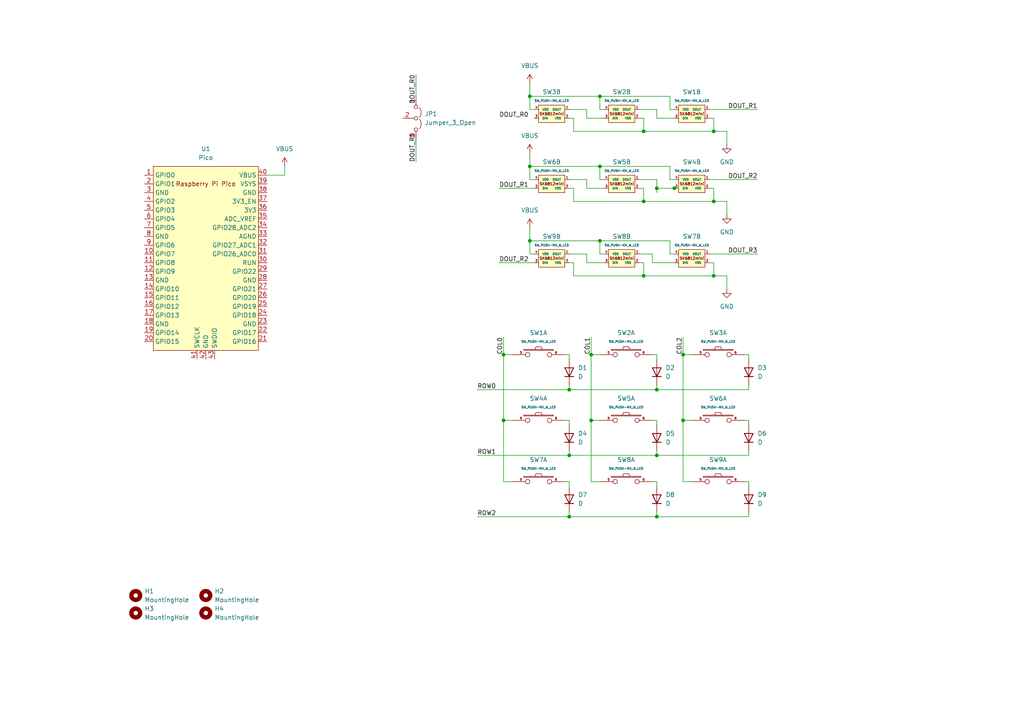
<source format=kicad_sch>
(kicad_sch (version 20211123) (generator eeschema)
  (paper "A4")
  (lib_symbols
    (symbol "Device:D" (pin_numbers hide) (pin_names (offset 1.016) hide)
      (property "Reference" "D" (at 0 2.54 0))
      (property "Value" "D" (at 0 -2.54 0))
      (symbol "D_0_1"
        (polyline (pts (xy -1.27 1.27) (xy -1.27 -1.27)) (stroke (width 0.254)))
        (polyline (pts (xy 1.27 0) (xy -1.27 0)))
        (polyline (pts (xy 1.27 1.27) (xy 1.27 -1.27) (xy -1.27 0) (xy 1.27 1.27)) (stroke (width 0.254)))
      )
      (symbol "D_1_1"
        (pin passive line (at -3.81 0 0) (length 2.54) (name "K") (number "1"))
        (pin passive line (at 3.81 0 180) (length 2.54) (name "A") (number "2"))
      )
    )
    (symbol "Jumper:Jumper_3_Open" (pin_names (offset 0) hide)
      (property "Reference" "JP" (at -2.54 -2.54 0))
      (property "Value" "Jumper_3_Open" (at 0 2.794 0))
      (symbol "Jumper_3_Open_0_0"
        (circle (center -3.302 0) (radius 0.508))
        (circle (center 0 0) (radius 0.508))
        (circle (center 3.302 0) (radius 0.508))
      )
      (symbol "Jumper_3_Open_0_1"
        (arc (start -0.254 1.016) (mid -1.651 1.4992) (end -3.048 1.016))
        (polyline (pts (xy 0 -0.508) (xy 0 -1.27)))
        (arc (start 3.048 1.016) (mid 1.651 1.4992) (end 0.254 1.016))
      )
      (symbol "Jumper_3_Open_1_1"
        (pin passive line (at -6.35 0 0) (length 2.54) (name "A") (number "1"))
        (pin passive line (at 0 -3.81 90) (length 2.54) (name "C") (number "2"))
        (pin passive line (at 6.35 0 180) (length 2.54) (name "B") (number "3"))
      )
    )
    (symbol "MCU_RaspberryPi_and_Boards:Pico"
      (property "Reference" "U" (at -13.97 27.94 0))
      (property "Value" "Pico" (at 0 19.05 0))
      (symbol "Pico_0_0"
        (text "Raspberry Pi Pico" (at 0 21.59 0) (effects (font (size 1.27 1.27))))
      )
      (symbol "Pico_0_1"
        (rectangle (start -15.24 26.67) (end 15.24 -26.67) (fill (type background)))
      )
      (symbol "Pico_1_1"
        (pin bidirectional line (at -17.78 24.13 0) (length 2.54) (name "GPIO0") (number "1"))
        (pin bidirectional line (at -17.78 1.27 0) (length 2.54) (name "GPIO7") (number "10"))
        (pin bidirectional line (at -17.78 -1.27 0) (length 2.54) (name "GPIO8") (number "11"))
        (pin bidirectional line (at -17.78 -3.81 0) (length 2.54) (name "GPIO9") (number "12"))
        (pin power_in line (at -17.78 -6.35 0) (length 2.54) (name "GND") (number "13"))
        (pin bidirectional line (at -17.78 -8.89 0) (length 2.54) (name "GPIO10") (number "14"))
        (pin bidirectional line (at -17.78 -11.43 0) (length 2.54) (name "GPIO11") (number "15"))
        (pin bidirectional line (at -17.78 -13.97 0) (length 2.54) (name "GPIO12") (number "16"))
        (pin bidirectional line (at -17.78 -16.51 0) (length 2.54) (name "GPIO13") (number "17"))
        (pin power_in line (at -17.78 -19.05 0) (length 2.54) (name "GND") (number "18"))
        (pin bidirectional line (at -17.78 -21.59 0) (length 2.54) (name "GPIO14") (number "19"))
        (pin bidirectional line (at -17.78 21.59 0) (length 2.54) (name "GPIO1") (number "2"))
        (pin bidirectional line (at -17.78 -24.13 0) (length 2.54) (name "GPIO15") (number "20"))
        (pin bidirectional line (at 17.78 -24.13 180) (length 2.54) (name "GPIO16") (number "21"))
        (pin bidirectional line (at 17.78 -21.59 180) (length 2.54) (name "GPIO17") (number "22"))
        (pin power_in line (at 17.78 -19.05 180) (length 2.54) (name "GND") (number "23"))
        (pin bidirectional line (at 17.78 -16.51 180) (length 2.54) (name "GPIO18") (number "24"))
        (pin bidirectional line (at 17.78 -13.97 180) (length 2.54) (name "GPIO19") (number "25"))
        (pin bidirectional line (at 17.78 -11.43 180) (length 2.54) (name "GPIO20") (number "26"))
        (pin bidirectional line (at 17.78 -8.89 180) (length 2.54) (name "GPIO21") (number "27"))
        (pin power_in line (at 17.78 -6.35 180) (length 2.54) (name "GND") (number "28"))
        (pin bidirectional line (at 17.78 -3.81 180) (length 2.54) (name "GPIO22") (number "29"))
        (pin power_in line (at -17.78 19.05 0) (length 2.54) (name "GND") (number "3"))
        (pin input line (at 17.78 -1.27 180) (length 2.54) (name "RUN") (number "30"))
        (pin bidirectional line (at 17.78 1.27 180) (length 2.54) (name "GPIO26_ADC0") (number "31"))
        (pin bidirectional line (at 17.78 3.81 180) (length 2.54) (name "GPIO27_ADC1") (number "32"))
        (pin power_in line (at 17.78 6.35 180) (length 2.54) (name "AGND") (number "33"))
        (pin bidirectional line (at 17.78 8.89 180) (length 2.54) (name "GPIO28_ADC2") (number "34"))
        (pin power_in line (at 17.78 11.43 180) (length 2.54) (name "ADC_VREF") (number "35"))
        (pin power_in line (at 17.78 13.97 180) (length 2.54) (name "3V3") (number "36"))
        (pin input line (at 17.78 16.51 180) (length 2.54) (name "3V3_EN") (number "37"))
        (pin bidirectional line (at 17.78 19.05 180) (length 2.54) (name "GND") (number "38"))
        (pin power_in line (at 17.78 21.59 180) (length 2.54) (name "VSYS") (number "39"))
        (pin bidirectional line (at -17.78 16.51 0) (length 2.54) (name "GPIO2") (number "4"))
        (pin power_in line (at 17.78 24.13 180) (length 2.54) (name "VBUS") (number "40"))
        (pin input line (at -2.54 -29.21 90) (length 2.54) (name "SWCLK") (number "41"))
        (pin power_in line (at 0 -29.21 90) (length 2.54) (name "GND") (number "42"))
        (pin bidirectional line (at 2.54 -29.21 90) (length 2.54) (name "SWDIO") (number "43"))
        (pin bidirectional line (at -17.78 13.97 0) (length 2.54) (name "GPIO3") (number "5"))
        (pin bidirectional line (at -17.78 11.43 0) (length 2.54) (name "GPIO4") (number "6"))
        (pin bidirectional line (at -17.78 8.89 0) (length 2.54) (name "GPIO5") (number "7"))
        (pin power_in line (at -17.78 6.35 0) (length 2.54) (name "GND") (number "8"))
        (pin bidirectional line (at -17.78 3.81 0) (length 2.54) (name "GPIO6") (number "9"))
      )
    )
    (symbol "Mechanical:MountingHole" (pin_names (offset 1.016))
      (property "Reference" "H" (at 0 5.08 0))
      (property "Value" "MountingHole" (at 0 3.175 0))
      (symbol "MountingHole_0_1"
        (circle (center 0 0) (radius 1.27) (stroke (width 1.27)))
      )
    )
    (symbol "SofleTestBoard:SW_PUSH-MX_W_LED" (pin_names (offset 1.016))
      (property "Reference" "SW?" (at 0 3.81 0))
      (property "Value" "SW_PUSH-MX_W_LED" (at 1.27 -3.81 0))
      (symbol "SW_PUSH-MX_W_LED_1_1"
        (rectangle (start -4.318 1.27) (end 4.318 1.524))
        (polyline (pts (xy -1.016 1.524) (xy -0.762 2.286) (xy 0.762 2.286) (xy 1.016 1.524)))
        (pin passive inverted (at 7.62 0 180) (length 5.08) (name "~") (number "5"))
        (pin passive inverted (at -7.62 0 0) (length 5.08) (name "~") (number "6"))
      )
      (symbol "SW_PUSH-MX_W_LED_2_0"
        (text "SK6812mini" (at 0 0 0) (effects (font (size 0.7874 0.7874))))
      )
      (symbol "SW_PUSH-MX_W_LED_2_1"
        (rectangle (start 3.81 -2.54) (end -3.81 2.54) (fill (type background)))
        (pin output line (at -5.08 1.27 0) (length 1.27) (name "DOUT") (number "1"))
        (pin power_in line (at -5.08 -1.27 0) (length 1.27) (name "VSS") (number "2"))
        (pin input line (at 5.08 -1.27 180) (length 1.27) (name "DIN") (number "3"))
        (pin power_in line (at 5.08 1.27 180) (length 1.27) (name "VDD") (number "4"))
      )
    )
    (symbol "power:GND" (power) (pin_names (offset 0))
      (property "Value" "GND" (at 0 -3.81 0))
      (symbol "GND_0_1"
        (polyline (pts (xy 0 0) (xy 0 -1.27) (xy 1.27 -1.27) (xy 0 -2.54) (xy -1.27 -1.27) (xy 0 -1.27)))
      )
      (symbol "GND_1_1"
        (pin power_in line (at 0 0 270) (length 0) hide (name "GND") (number "1"))
      )
    )
    (symbol "power:VBUS" (power) (pin_names (offset 0))
      (property "Value" "VBUS" (at 0 3.81 0))
      (symbol "VBUS_0_1"
        (polyline (pts (xy -0.762 1.27) (xy 0 2.54)))
        (polyline (pts (xy 0 0) (xy 0 2.54)))
        (polyline (pts (xy 0 2.54) (xy 0.762 1.27)))
      )
      (symbol "VBUS_1_1"
        (pin power_in line (at 0 0 90) (length 0) hide (name "VBUS") (number "1"))
      )
    )
  )
  (junction (at 190.5 132.08))
  (junction (at 165.1 113.03))
  (junction (at 190.5 113.03))
  (junction (at 198.12 102.87))
  (junction (at 171.45 102.87))
  (junction (at 186.69 38.1))
  (junction (at 173.99 69.85))
  (junction (at 207.01 38.1))
  (junction (at 165.1 132.08))
  (junction (at 165.1 149.86))
  (junction (at 146.05 102.87))
  (junction (at 153.67 69.85))
  (junction (at 146.05 121.92))
  (junction (at 153.67 27.94))
  (junction (at 173.99 27.94))
  (junction (at 173.99 48.26))
  (junction (at 153.67 48.26))
  (junction (at 186.69 58.42))
  (junction (at 195.58 54.61))
  (junction (at 186.69 80.01))
  (junction (at 171.45 121.92))
  (junction (at 190.5 149.86))
  (junction (at 207.01 80.01))
  (junction (at 198.12 121.92))
  (junction (at 190.5 54.61))
  (junction (at 207.01 58.42))
  (wire (pts (xy 146.05 102.87) (xy 146.05 121.92)))
  (wire (pts (xy 165.1 139.7) (xy 165.1 140.97)))
  (wire (pts (xy 166.37 54.61) (xy 165.1 54.61)))
  (wire (pts (xy 210.82 38.1) (xy 210.82 41.91)))
  (wire (pts (xy 195.58 73.66) (xy 194.31 73.66)))
  (wire (pts (xy 146.05 102.87) (xy 148.59 102.87)))
  (wire (pts (xy 185.42 73.66) (xy 189.23 73.66)))
  (wire (pts (xy 207.01 38.1) (xy 207.01 34.29)))
  (wire (pts (xy 153.67 69.85) (xy 173.99 69.85)))
  (wire (pts (xy 185.42 76.2) (xy 186.69 76.2)))
  (wire (pts (xy 120.65 21.59) (xy 120.65 27.94)))
  (wire (pts (xy 175.26 31.75) (xy 173.99 31.75)))
  (wire (pts (xy 171.45 139.7) (xy 173.99 139.7)))
  (wire (pts (xy 153.67 48.26) (xy 153.67 52.07)))
  (wire (pts (xy 205.74 73.66) (xy 219.71 73.66)))
  (wire (pts (xy 190.5 139.7) (xy 190.5 140.97)))
  (wire (pts (xy 186.69 34.29) (xy 186.69 38.1)))
  (wire (pts (xy 190.5 111.76) (xy 190.5 113.03)))
  (wire (pts (xy 215.9 121.92) (xy 217.17 121.92)))
  (wire (pts (xy 194.31 27.94) (xy 194.31 31.75)))
  (wire (pts (xy 198.12 121.92) (xy 198.12 139.7)))
  (wire (pts (xy 198.12 102.87) (xy 198.12 121.92)))
  (wire (pts (xy 190.5 132.08) (xy 217.17 132.08)))
  (wire (pts (xy 153.67 27.94) (xy 153.67 31.75)))
  (wire (pts (xy 186.69 80.01) (xy 166.37 80.01)))
  (wire (pts (xy 166.37 58.42) (xy 166.37 54.61)))
  (wire (pts (xy 215.9 139.7) (xy 217.17 139.7)))
  (wire (pts (xy 153.67 44.45) (xy 153.67 48.26)))
  (wire (pts (xy 217.17 104.14) (xy 217.17 102.87)))
  (wire (pts (xy 207.01 58.42) (xy 186.69 58.42)))
  (wire (pts (xy 144.78 54.61) (xy 154.94 54.61)))
  (wire (pts (xy 205.74 31.75) (xy 219.71 31.75)))
  (wire (pts (xy 166.37 76.2) (xy 165.1 76.2)))
  (wire (pts (xy 190.5 149.86) (xy 165.1 149.86)))
  (wire (pts (xy 205.74 52.07) (xy 219.71 52.07)))
  (wire (pts (xy 186.69 58.42) (xy 166.37 58.42)))
  (wire (pts (xy 165.1 130.81) (xy 165.1 132.08)))
  (wire (pts (xy 165.1 31.75) (xy 170.18 31.75)))
  (wire (pts (xy 153.67 48.26) (xy 173.99 48.26)))
  (wire (pts (xy 207.01 80.01) (xy 207.01 76.2)))
  (wire (pts (xy 165.1 73.66) (xy 170.18 73.66)))
  (wire (pts (xy 186.69 54.61) (xy 186.69 58.42)))
  (wire (pts (xy 190.5 52.07) (xy 190.5 54.61)))
  (wire (pts (xy 194.31 48.26) (xy 194.31 52.07)))
  (wire (pts (xy 165.1 148.59) (xy 165.1 149.86)))
  (wire (pts (xy 190.5 102.87) (xy 190.5 104.14)))
  (wire (pts (xy 189.23 102.87) (xy 190.5 102.87)))
  (wire (pts (xy 153.67 66.04) (xy 153.67 69.85)))
  (wire (pts (xy 170.18 31.75) (xy 170.18 34.29)))
  (wire (pts (xy 146.05 139.7) (xy 146.05 121.92)))
  (wire (pts (xy 189.23 139.7) (xy 190.5 139.7)))
  (wire (pts (xy 77.47 50.8) (xy 82.55 50.8)))
  (wire (pts (xy 146.05 97.79) (xy 146.05 102.87)))
  (wire (pts (xy 198.12 139.7) (xy 200.66 139.7)))
  (wire (pts (xy 217.17 139.7) (xy 217.17 140.97)))
  (wire (pts (xy 154.94 52.07) (xy 153.67 52.07)))
  (wire (pts (xy 189.23 73.66) (xy 189.23 76.2)))
  (wire (pts (xy 186.69 76.2) (xy 186.69 80.01)))
  (wire (pts (xy 217.17 148.59) (xy 217.17 149.86)))
  (wire (pts (xy 148.59 139.7) (xy 146.05 139.7)))
  (wire (pts (xy 217.17 102.87) (xy 215.9 102.87)))
  (wire (pts (xy 186.69 38.1) (xy 166.37 38.1)))
  (wire (pts (xy 175.26 73.66) (xy 173.99 73.66)))
  (wire (pts (xy 190.5 130.81) (xy 190.5 132.08)))
  (wire (pts (xy 195.58 34.29) (xy 190.5 34.29)))
  (wire (pts (xy 165.1 121.92) (xy 165.1 123.19)))
  (wire (pts (xy 153.67 69.85) (xy 153.67 73.66)))
  (wire (pts (xy 185.42 34.29) (xy 186.69 34.29)))
  (wire (pts (xy 165.1 52.07) (xy 170.18 52.07)))
  (wire (pts (xy 171.45 102.87) (xy 171.45 97.79)))
  (wire (pts (xy 195.58 54.61) (xy 196.85 54.61)))
  (wire (pts (xy 190.5 113.03) (xy 217.17 113.03)))
  (wire (pts (xy 171.45 121.92) (xy 173.99 121.92)))
  (wire (pts (xy 207.01 38.1) (xy 186.69 38.1)))
  (wire (pts (xy 163.83 121.92) (xy 165.1 121.92)))
  (wire (pts (xy 195.58 52.07) (xy 194.31 52.07)))
  (wire (pts (xy 207.01 76.2) (xy 205.74 76.2)))
  (wire (pts (xy 171.45 102.87) (xy 171.45 121.92)))
  (wire (pts (xy 207.01 54.61) (xy 205.74 54.61)))
  (wire (pts (xy 165.1 132.08) (xy 190.5 132.08)))
  (wire (pts (xy 198.12 102.87) (xy 200.66 102.87)))
  (wire (pts (xy 166.37 80.01) (xy 166.37 76.2)))
  (wire (pts (xy 190.5 31.75) (xy 190.5 34.29)))
  (wire (pts (xy 138.43 113.03) (xy 165.1 113.03)))
  (wire (pts (xy 165.1 102.87) (xy 165.1 104.14)))
  (wire (pts (xy 210.82 58.42) (xy 210.82 62.23)))
  (wire (pts (xy 190.5 54.61) (xy 190.5 55.88)))
  (wire (pts (xy 190.5 123.19) (xy 190.5 121.92)))
  (wire (pts (xy 165.1 111.76) (xy 165.1 113.03)))
  (wire (pts (xy 207.01 34.29) (xy 205.74 34.29)))
  (wire (pts (xy 198.12 121.92) (xy 200.66 121.92)))
  (wire (pts (xy 166.37 34.29) (xy 165.1 34.29)))
  (wire (pts (xy 207.01 58.42) (xy 207.01 54.61)))
  (wire (pts (xy 190.5 148.59) (xy 190.5 149.86)))
  (wire (pts (xy 166.37 38.1) (xy 166.37 34.29)))
  (wire (pts (xy 138.43 132.08) (xy 165.1 132.08)))
  (wire (pts (xy 165.1 149.86) (xy 138.43 149.86)))
  (wire (pts (xy 154.94 73.66) (xy 153.67 73.66)))
  (wire (pts (xy 185.42 52.07) (xy 190.5 52.07)))
  (wire (pts (xy 82.55 50.8) (xy 82.55 48.26)))
  (wire (pts (xy 217.17 149.86) (xy 190.5 149.86)))
  (wire (pts (xy 165.1 113.03) (xy 190.5 113.03)))
  (wire (pts (xy 185.42 54.61) (xy 186.69 54.61)))
  (wire (pts (xy 175.26 34.29) (xy 170.18 34.29)))
  (wire (pts (xy 207.01 80.01) (xy 186.69 80.01)))
  (wire (pts (xy 170.18 54.61) (xy 175.26 54.61)))
  (wire (pts (xy 144.78 76.2) (xy 154.94 76.2)))
  (wire (pts (xy 173.99 69.85) (xy 173.99 73.66)))
  (wire (pts (xy 163.83 139.7) (xy 165.1 139.7)))
  (wire (pts (xy 153.67 27.94) (xy 173.99 27.94)))
  (wire (pts (xy 154.94 31.75) (xy 153.67 31.75)))
  (wire (pts (xy 198.12 97.79) (xy 198.12 102.87)))
  (wire (pts (xy 163.83 102.87) (xy 165.1 102.87)))
  (wire (pts (xy 120.65 40.64) (xy 120.65 46.99)))
  (wire (pts (xy 170.18 52.07) (xy 170.18 54.61)))
  (wire (pts (xy 190.5 54.61) (xy 195.58 54.61)))
  (wire (pts (xy 173.99 27.94) (xy 173.99 31.75)))
  (wire (pts (xy 217.17 121.92) (xy 217.17 123.19)))
  (wire (pts (xy 171.45 121.92) (xy 171.45 139.7)))
  (wire (pts (xy 170.18 76.2) (xy 175.26 76.2)))
  (wire (pts (xy 210.82 58.42) (xy 207.01 58.42)))
  (wire (pts (xy 153.67 24.13) (xy 153.67 27.94)))
  (wire (pts (xy 173.99 27.94) (xy 194.31 27.94)))
  (wire (pts (xy 185.42 31.75) (xy 190.5 31.75)))
  (wire (pts (xy 217.17 111.76) (xy 217.17 113.03)))
  (wire (pts (xy 173.99 69.85) (xy 194.31 69.85)))
  (wire (pts (xy 146.05 121.92) (xy 148.59 121.92)))
  (wire (pts (xy 210.82 80.01) (xy 210.82 83.82)))
  (wire (pts (xy 210.82 38.1) (xy 207.01 38.1)))
  (wire (pts (xy 173.99 48.26) (xy 173.99 52.07)))
  (wire (pts (xy 190.5 121.92) (xy 189.23 121.92)))
  (wire (pts (xy 170.18 73.66) (xy 170.18 76.2)))
  (wire (pts (xy 195.58 31.75) (xy 194.31 31.75)))
  (wire (pts (xy 194.31 69.85) (xy 194.31 73.66)))
  (wire (pts (xy 210.82 80.01) (xy 207.01 80.01)))
  (wire (pts (xy 173.99 48.26) (xy 194.31 48.26)))
  (wire (pts (xy 217.17 130.81) (xy 217.17 132.08)))
  (wire (pts (xy 173.99 102.87) (xy 171.45 102.87)))
  (wire (pts (xy 189.23 76.2) (xy 195.58 76.2)))
  (wire (pts (xy 175.26 52.07) (xy 173.99 52.07)))
  (label "COL1" (at 171.45 97.79 270))
  (label "COL2" (at 198.12 97.79 270))
  (label "DOUT_R0" (at 120.65 21.59 270))
  (label "ROW0" (at 138.43 113.03 0))
  (label "DOUT_R2" (at 144.78 76.2 0))
  (label "DOUT_R1" (at 144.78 54.61 0))
  (label "DOUT_R0" (at 120.65 46.99 90))
  (label "DOUT_R1" (at 219.71 31.75 180))
  (label "ROW2" (at 138.43 149.86 0))
  (label "DOUT_R3" (at 219.71 73.66 180))
  (label "DOUT_R2" (at 219.71 52.07 180))
  (label "ROW1" (at 138.43 132.08 0))
  (label "COL0" (at 146.05 97.79 270))
  (label "DOUT_R0" (at 144.78 34.29 0))
  (symbol (lib_id "Device:D") (at 165.1 144.78 90) (unit 1)
    (property "Reference" "D7" (at 167.64 143.5099 90) (effects (justify right)))
    (property "Value" "D" (at 167.64 146.0499 90) (effects (justify right)))
    (property "Footprint" "SofleTestboard:D_SOD-123_Dual" (effects hide))
  )
  (symbol (lib_id "power:GND") (at 210.82 83.82 0) (unit 1)
    (property "Reference" "#PWR0103" (effects hide))
    (property "Value" "GND" (at 210.82 88.9 0))
  )
  (symbol (lib_id "power:GND") (at 210.82 41.91 0) (unit 1)
    (property "Reference" "#PWR0102" (effects hide))
    (property "Value" "GND" (at 210.82 46.99 0))
  )
  (symbol (lib_id "SofleTestBoard:SW_PUSH-MX_W_LED") (at 156.21 139.7 0) (mirror y) (unit 1)
    (property "Reference" "SW7" (at 156.21 133.35 0))
    (property "Value" "SW_PUSH-MX_W_LED" (at 156.21 135.89 0) (effects (font (size 0.635 0.635))))
    (property "Footprint" "SofleTestboard:5050_and_cherry" (effects hide))
  )
  (symbol (lib_id "SofleTestBoard:SW_PUSH-MX_W_LED") (at 200.66 53.34 0) (mirror y) (unit 2)
    (property "Reference" "SW4" (at 200.66 46.99 0))
    (property "Value" "SW_PUSH-MX_W_LED" (at 200.66 49.53 0) (effects (font (size 0.635 0.635))))
    (property "Footprint" "SofleTestboard:5050_and_cherry" (effects hide))
  )
  (symbol (lib_id "power:VBUS") (at 153.67 44.45 0) (mirror y) (unit 1)
    (property "Reference" "#PWR0104" (effects hide))
    (property "Value" "VBUS" (at 153.67 39.37 0))
  )
  (symbol (lib_id "Device:D") (at 165.1 127 90) (unit 1)
    (property "Reference" "D4" (at 167.64 125.7299 90) (effects (justify right)))
    (property "Value" "D" (at 167.64 128.2699 90) (effects (justify right)))
    (property "Footprint" "SofleTestboard:D_SOD-123_Dual" (effects hide))
  )
  (symbol (lib_id "SofleTestBoard:SW_PUSH-MX_W_LED") (at 180.34 33.02 0) (mirror y) (unit 2)
    (property "Reference" "SW2" (at 180.34 26.67 0))
    (property "Value" "SW_PUSH-MX_W_LED" (at 180.34 29.21 0) (effects (font (size 0.635 0.635))))
    (property "Footprint" "SofleTestboard:5050_and_cherry" (effects hide))
  )
  (symbol (lib_id "Mechanical:MountingHole") (at 39.37 177.8 0) (unit 1)
    (property "Reference" "H3" (at 41.91 176.5299 0) (effects (justify left)))
    (property "Value" "MountingHole" (at 41.91 179.0699 0) (effects (justify left)))
    (property "Footprint" "MountingHole:MountingHole_2.5mm" (effects hide))
  )
  (symbol (lib_id "Device:D") (at 217.17 144.78 90) (unit 1)
    (property "Reference" "D9" (at 219.71 143.5099 90) (effects (justify right)))
    (property "Value" "D" (at 219.71 146.0499 90) (effects (justify right)))
    (property "Footprint" "SofleTestboard:D_SOD-123_Dual" (effects hide))
  )
  (symbol (lib_id "Mechanical:MountingHole") (at 59.69 172.72 0) (unit 1)
    (property "Reference" "H2" (at 62.23 171.4499 0) (effects (justify left)))
    (property "Value" "MountingHole" (at 62.23 173.9899 0) (effects (justify left)))
    (property "Footprint" "MountingHole:MountingHole_2.5mm" (effects hide))
  )
  (symbol (lib_id "Device:D") (at 217.17 127 90) (unit 1)
    (property "Reference" "D6" (at 219.71 125.7299 90) (effects (justify right)))
    (property "Value" "D" (at 219.71 128.2699 90) (effects (justify right)))
    (property "Footprint" "SofleTestboard:D_SOD-123_Dual" (effects hide))
  )
  (symbol (lib_id "Device:D") (at 190.5 127 90) (unit 1)
    (property "Reference" "D5" (at 193.04 125.7299 90) (effects (justify right)))
    (property "Value" "D" (at 193.04 128.2699 90) (effects (justify right)))
    (property "Footprint" "SofleTestboard:D_SOD-123_Dual" (effects hide))
  )
  (symbol (lib_id "power:VBUS") (at 153.67 24.13 0) (mirror y) (unit 1)
    (property "Reference" "#PWR0105" (effects hide))
    (property "Value" "VBUS" (at 153.67 19.05 0))
  )
  (symbol (lib_id "SofleTestBoard:SW_PUSH-MX_W_LED") (at 181.61 102.87 0) (mirror y) (unit 1)
    (property "Reference" "SW2" (at 181.61 96.52 0))
    (property "Value" "SW_PUSH-MX_W_LED" (at 181.61 99.06 0) (effects (font (size 0.635 0.635))))
    (property "Footprint" "SofleTestboard:5050_and_cherry" (effects hide))
  )
  (symbol (lib_id "Mechanical:MountingHole") (at 39.37 172.72 0) (unit 1)
    (property "Reference" "H1" (at 41.91 171.4499 0) (effects (justify left)))
    (property "Value" "MountingHole" (at 41.91 173.9899 0) (effects (justify left)))
    (property "Footprint" "MountingHole:MountingHole_2.5mm" (effects hide))
  )
  (symbol (lib_id "power:GND") (at 210.82 62.23 0) (unit 1)
    (property "Reference" "#PWR0101" (effects hide))
    (property "Value" "GND" (at 210.82 67.31 0))
  )
  (symbol (lib_id "SofleTestBoard:SW_PUSH-MX_W_LED") (at 208.28 121.92 0) (mirror y) (unit 1)
    (property "Reference" "SW6" (at 208.28 115.57 0))
    (property "Value" "SW_PUSH-MX_W_LED" (at 208.28 118.11 0) (effects (font (size 0.635 0.635))))
    (property "Footprint" "SofleTestboard:5050_and_cherry" (effects hide))
  )
  (symbol (lib_id "SofleTestBoard:SW_PUSH-MX_W_LED") (at 156.21 102.87 0) (mirror y) (unit 1)
    (property "Reference" "SW1" (at 156.21 96.52 0))
    (property "Value" "SW_PUSH-MX_W_LED" (at 156.21 99.06 0) (effects (font (size 0.635 0.635))))
    (property "Footprint" "SofleTestboard:5050_and_cherry" (effects hide))
  )
  (symbol (lib_id "MCU_RaspberryPi_and_Boards:Pico") (at 59.69 74.93 0) (unit 1)
    (property "Reference" "U1" (at 59.69 43.18 0))
    (property "Value" "Pico" (at 59.69 45.72 0))
    (property "Footprint" "SofleTestboard:RPi_Pico_SMD_SMD" (effects hide))
  )
  (symbol (lib_id "SofleTestBoard:SW_PUSH-MX_W_LED") (at 180.34 53.34 0) (mirror y) (unit 2)
    (property "Reference" "SW5" (at 180.34 46.99 0))
    (property "Value" "SW_PUSH-MX_W_LED" (at 180.34 49.53 0) (effects (font (size 0.635 0.635))))
    (property "Footprint" "SofleTestboard:5050_and_cherry" (effects hide))
  )
  (symbol (lib_id "SofleTestBoard:SW_PUSH-MX_W_LED") (at 160.02 74.93 0) (mirror y) (unit 2)
    (property "Reference" "SW9" (at 160.02 68.58 0))
    (property "Value" "SW_PUSH-MX_W_LED" (at 160.02 71.12 0) (effects (font (size 0.635 0.635))))
    (property "Footprint" "SofleTestboard:5050_and_cherry" (effects hide))
  )
  (symbol (lib_id "Device:D") (at 165.1 107.95 90) (unit 1)
    (property "Reference" "D1" (at 167.64 106.6799 90) (effects (justify right)))
    (property "Value" "D" (at 167.64 109.2199 90) (effects (justify right)))
    (property "Footprint" "SofleTestboard:D_SOD-123_Dual" (effects hide))
  )
  (symbol (lib_id "Device:D") (at 217.17 107.95 90) (unit 1)
    (property "Reference" "D3" (at 219.71 106.6799 90) (effects (justify right)))
    (property "Value" "D" (at 219.71 109.2199 90) (effects (justify right)))
    (property "Footprint" "SofleTestboard:D_SOD-123_Dual" (effects hide))
  )
  (symbol (lib_id "SofleTestBoard:SW_PUSH-MX_W_LED") (at 208.28 139.7 0) (mirror y) (unit 1)
    (property "Reference" "SW9" (at 208.28 133.35 0))
    (property "Value" "SW_PUSH-MX_W_LED" (at 208.28 135.89 0) (effects (font (size 0.635 0.635))))
    (property "Footprint" "SofleTestboard:5050_and_cherry" (effects hide))
  )
  (symbol (lib_id "SofleTestBoard:SW_PUSH-MX_W_LED") (at 160.02 33.02 0) (mirror y) (unit 2)
    (property "Reference" "SW3" (at 160.02 26.67 0))
    (property "Value" "SW_PUSH-MX_W_LED" (at 160.02 29.21 0) (effects (font (size 0.635 0.635))))
    (property "Footprint" "SofleTestboard:5050_and_cherry" (effects hide))
  )
  (symbol (lib_id "SofleTestBoard:SW_PUSH-MX_W_LED") (at 200.66 74.93 0) (mirror y) (unit 2)
    (property "Reference" "SW7" (at 200.66 68.58 0))
    (property "Value" "SW_PUSH-MX_W_LED" (at 200.66 71.12 0) (effects (font (size 0.635 0.635))))
    (property "Footprint" "SofleTestboard:5050_and_cherry" (effects hide))
  )
  (symbol (lib_id "SofleTestBoard:SW_PUSH-MX_W_LED") (at 208.28 102.87 0) (mirror y) (unit 1)
    (property "Reference" "SW3" (at 208.28 96.52 0))
    (property "Value" "SW_PUSH-MX_W_LED" (at 208.28 99.06 0) (effects (font (size 0.635 0.635))))
    (property "Footprint" "SofleTestboard:5050_and_cherry" (effects hide))
  )
  (symbol (lib_id "Device:D") (at 190.5 144.78 90) (unit 1)
    (property "Reference" "D8" (at 193.04 143.5099 90) (effects (justify right)))
    (property "Value" "D" (at 193.04 146.0499 90) (effects (justify right)))
    (property "Footprint" "SofleTestboard:D_SOD-123_Dual" (effects hide))
  )
  (symbol (lib_id "SofleTestBoard:SW_PUSH-MX_W_LED") (at 181.61 121.92 0) (mirror y) (unit 1)
    (property "Reference" "SW5" (at 181.61 115.57 0))
    (property "Value" "SW_PUSH-MX_W_LED" (at 181.61 118.11 0) (effects (font (size 0.635 0.635))))
    (property "Footprint" "SofleTestboard:5050_and_cherry" (effects hide))
  )
  (symbol (lib_id "SofleTestBoard:SW_PUSH-MX_W_LED") (at 200.66 33.02 0) (mirror y) (unit 2)
    (property "Reference" "SW1" (at 200.66 26.67 0))
    (property "Value" "SW_PUSH-MX_W_LED" (at 200.66 29.21 0) (effects (font (size 0.635 0.635))))
    (property "Footprint" "SofleTestboard:5050_and_cherry" (effects hide))
  )
  (symbol (lib_id "Device:D") (at 190.5 107.95 90) (unit 1)
    (property "Reference" "D2" (at 193.04 106.6799 90) (effects (justify right)))
    (property "Value" "D" (at 193.04 109.2199 90) (effects (justify right)))
    (property "Footprint" "SofleTestboard:D_SOD-123_Dual" (effects hide))
  )
  (symbol (lib_id "power:VBUS") (at 82.55 48.26 0) (mirror y) (unit 1)
    (property "Reference" "#PWR0106" (effects hide))
    (property "Value" "VBUS" (at 82.55 43.18 0))
  )
  (symbol (lib_id "SofleTestBoard:SW_PUSH-MX_W_LED") (at 180.34 74.93 0) (mirror y) (unit 2)
    (property "Reference" "SW8" (at 180.34 68.58 0))
    (property "Value" "SW_PUSH-MX_W_LED" (at 180.34 71.12 0) (effects (font (size 0.635 0.635))))
    (property "Footprint" "SofleTestboard:5050_and_cherry" (effects hide))
  )
  (symbol (lib_id "Mechanical:MountingHole") (at 59.69 177.8 0) (unit 1)
    (property "Reference" "H4" (at 62.23 176.5299 0) (effects (justify left)))
    (property "Value" "MountingHole" (at 62.23 179.0699 0) (effects (justify left)))
    (property "Footprint" "MountingHole:MountingHole_2.5mm" (effects hide))
  )
  (symbol (lib_id "SofleTestBoard:SW_PUSH-MX_W_LED") (at 160.02 53.34 0) (mirror y) (unit 2)
    (property "Reference" "SW6" (at 160.02 46.99 0))
    (property "Value" "SW_PUSH-MX_W_LED" (at 160.02 49.53 0) (effects (font (size 0.635 0.635))))
    (property "Footprint" "SofleTestboard:5050_and_cherry" (effects hide))
  )
  (symbol (lib_id "power:VBUS") (at 153.67 66.04 0) (mirror y) (unit 1)
    (property "Reference" "#PWR0107" (effects hide))
    (property "Value" "VBUS" (at 153.67 60.96 0))
  )
  (symbol (lib_id "Jumper:Jumper_3_Open") (at 120.65 34.29 270) (unit 1)
    (property "Reference" "JP1" (at 123.19 33.0199 90) (effects (justify left)))
    (property "Value" "Jumper_3_Open" (at 123.19 35.5599 90) (effects (justify left)))
    (property "Footprint" "Jumper:SolderJumper-3_P1.3mm_Open_RoundedPad1.0x1.5mm_NumberLabels" (effects hide))
  )
  (symbol (lib_id "SofleTestBoard:SW_PUSH-MX_W_LED") (at 181.61 139.7 0) (mirror y) (unit 1)
    (property "Reference" "SW8" (at 181.61 133.35 0))
    (property "Value" "SW_PUSH-MX_W_LED" (at 181.61 135.89 0) (effects (font (size 0.635 0.635))))
    (property "Footprint" "SofleTestboard:5050_and_cherry" (effects hide))
  )
  (symbol (lib_id "SofleTestBoard:SW_PUSH-MX_W_LED") (at 156.21 121.92 0) (mirror y) (unit 1)
    (property "Reference" "SW4" (at 156.21 115.57 0))
    (property "Value" "SW_PUSH-MX_W_LED" (at 156.21 118.11 0) (effects (font (size 0.635 0.635))))
    (property "Footprint" "SofleTestboard:5050_and_cherry" (effects hide))
  )
)
</source>
